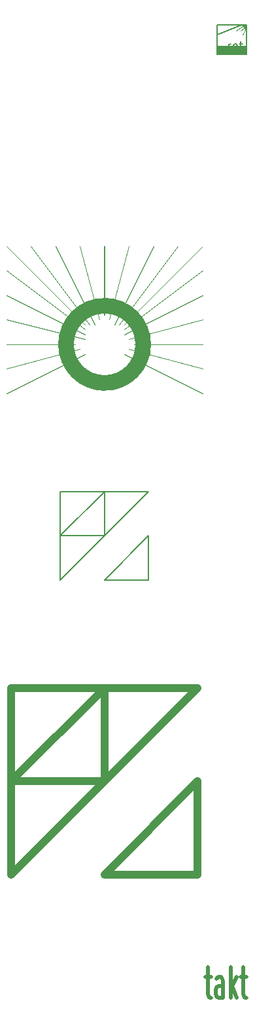
<source format=gbr>
G04 #@! TF.GenerationSoftware,KiCad,Pcbnew,(5.1.2)-1*
G04 #@! TF.CreationDate,2019-05-08T00:12:38+02:00*
G04 #@! TF.ProjectId,takt-panel,74616b74-2d70-4616-9e65-6c2e6b696361,rev?*
G04 #@! TF.SameCoordinates,Original*
G04 #@! TF.FileFunction,Copper,L1,Top*
G04 #@! TF.FilePolarity,Positive*
%FSLAX46Y46*%
G04 Gerber Fmt 4.6, Leading zero omitted, Abs format (unit mm)*
G04 Created by KiCad (PCBNEW (5.1.2)-1) date 2019-05-08 00:12:38*
%MOMM*%
%LPD*%
G04 APERTURE LIST*
%ADD10C,0.500000*%
%ADD11C,0.200000*%
%ADD12C,0.100000*%
%ADD13C,0.120000*%
%ADD14C,1.000000*%
%ADD15C,0.150000*%
%ADD16C,2.000000*%
G04 APERTURE END LIST*
D10*
X140081333Y-145319857D02*
X140843238Y-145319857D01*
X140367047Y-143986523D02*
X140367047Y-147415095D01*
X140462285Y-147796047D01*
X140652761Y-147986523D01*
X140843238Y-147986523D01*
X142367047Y-147986523D02*
X142367047Y-145891285D01*
X142271809Y-145510333D01*
X142081333Y-145319857D01*
X141700380Y-145319857D01*
X141509904Y-145510333D01*
X142367047Y-147796047D02*
X142176571Y-147986523D01*
X141700380Y-147986523D01*
X141509904Y-147796047D01*
X141414666Y-147415095D01*
X141414666Y-147034142D01*
X141509904Y-146653190D01*
X141700380Y-146462714D01*
X142176571Y-146462714D01*
X142367047Y-146272238D01*
X143319428Y-147986523D02*
X143319428Y-143986523D01*
X143509904Y-146462714D02*
X144081333Y-147986523D01*
X144081333Y-145319857D02*
X143319428Y-146843666D01*
X144652761Y-145319857D02*
X145414666Y-145319857D01*
X144938476Y-143986523D02*
X144938476Y-147415095D01*
X145033714Y-147796047D01*
X145224190Y-147986523D01*
X145414666Y-147986523D01*
D11*
X141605000Y-26035000D02*
X145415000Y-26035000D01*
X145415000Y-22225000D02*
X145415000Y-26035000D01*
X141605000Y-22225000D02*
X145415000Y-22225000D01*
X141605000Y-22225000D02*
X141605000Y-26035000D01*
D12*
G36*
X145415000Y-26035000D02*
G01*
X141605000Y-26035000D01*
X141605000Y-24892000D01*
X145415000Y-24892000D01*
X145415000Y-26035000D01*
G37*
X145415000Y-26035000D02*
X141605000Y-26035000D01*
X141605000Y-24892000D01*
X145415000Y-24892000D01*
X145415000Y-26035000D01*
D13*
X145288000Y-22733000D02*
X144907000Y-23495000D01*
X144907000Y-22352000D02*
X144018000Y-22987000D01*
X145034000Y-22606000D02*
X144653000Y-22987000D01*
D11*
G36*
X145415000Y-22860000D02*
G01*
X144780000Y-22225000D01*
X145415000Y-22225000D01*
X145415000Y-22860000D01*
G37*
X145415000Y-22860000D02*
X144780000Y-22225000D01*
X145415000Y-22225000D01*
X145415000Y-22860000D01*
D14*
X139065000Y-120015000D02*
X139065000Y-132080000D01*
X127000000Y-132080000D02*
X139065000Y-120015000D01*
X139065000Y-132080000D02*
X127000000Y-132080000D01*
X127000000Y-107950000D02*
X127000000Y-120015000D01*
X114935000Y-120015000D02*
X127000000Y-107950000D01*
X127000000Y-120015000D02*
X114935000Y-120015000D01*
X114935000Y-132080000D02*
X139065000Y-107950000D01*
X114935000Y-107950000D02*
X114935000Y-132080000D01*
X139065000Y-107950000D02*
X114935000Y-107950000D01*
D15*
X143081476Y-25344380D02*
X143081476Y-24677714D01*
X143081476Y-24868190D02*
X143129095Y-24772952D01*
X143176714Y-24725333D01*
X143271952Y-24677714D01*
X143367190Y-24677714D01*
X143843380Y-25344380D02*
X143748142Y-25296761D01*
X143700523Y-25249142D01*
X143652904Y-25153904D01*
X143652904Y-24868190D01*
X143700523Y-24772952D01*
X143748142Y-24725333D01*
X143843380Y-24677714D01*
X143986238Y-24677714D01*
X144081476Y-24725333D01*
X144129095Y-24772952D01*
X144176714Y-24868190D01*
X144176714Y-25153904D01*
X144129095Y-25249142D01*
X144081476Y-25296761D01*
X143986238Y-25344380D01*
X143843380Y-25344380D01*
X144462428Y-24677714D02*
X144843380Y-24677714D01*
X144605285Y-24344380D02*
X144605285Y-25201523D01*
X144652904Y-25296761D01*
X144748142Y-25344380D01*
X144843380Y-25344380D01*
D11*
X144780000Y-22225000D02*
X141605000Y-23495000D01*
D15*
X127000000Y-88265000D02*
X121285000Y-88265000D01*
X132715000Y-82550000D02*
X121285000Y-82550000D01*
X121285000Y-88265000D02*
X127000000Y-82550000D01*
X121285000Y-93980000D02*
X132715000Y-82550000D01*
X127000000Y-93980000D02*
X132715000Y-93980000D01*
X121285000Y-82550000D02*
X121285000Y-93980000D01*
X132715000Y-88265000D02*
X127000000Y-93980000D01*
X132715000Y-93980000D02*
X132715000Y-88265000D01*
X127000000Y-82550000D02*
X127000000Y-88265000D01*
D16*
X132000000Y-63500000D02*
G75*
G03X132000000Y-63500000I-5000000J0D01*
G01*
D13*
X114300000Y-66675000D02*
X123825000Y-64135000D01*
X114300000Y-60325000D02*
X124460000Y-62865000D01*
X114300000Y-53975000D02*
X124460000Y-61595000D01*
X117475000Y-50800000D02*
X125095000Y-60960000D01*
X123825000Y-50800000D02*
X126365000Y-60325000D01*
X120650000Y-50800000D02*
X125730000Y-60960000D01*
X114300000Y-50800000D02*
X124460000Y-60960000D01*
X114300000Y-57150000D02*
X124460000Y-62230000D01*
X114300000Y-63500000D02*
X123190000Y-63500000D01*
X114300000Y-69850000D02*
X124460000Y-64770000D01*
X139700000Y-66675000D02*
X130175000Y-64135000D01*
X139700000Y-60325000D02*
X130175000Y-62865000D01*
X130175000Y-50800000D02*
X127635000Y-60325000D01*
X136525000Y-50800000D02*
X128905000Y-60960000D01*
X139700000Y-53975000D02*
X129540000Y-61595000D01*
X139700000Y-69850000D02*
X129540000Y-64770000D01*
X133350000Y-50800000D02*
X128270000Y-60960000D01*
X139700000Y-57150000D02*
X129540000Y-62230000D01*
X129540000Y-60960000D02*
X139700000Y-50800000D01*
X130810000Y-63500000D02*
X139700000Y-63500000D01*
D11*
X127000000Y-59690000D02*
X127000000Y-50800000D01*
M02*

</source>
